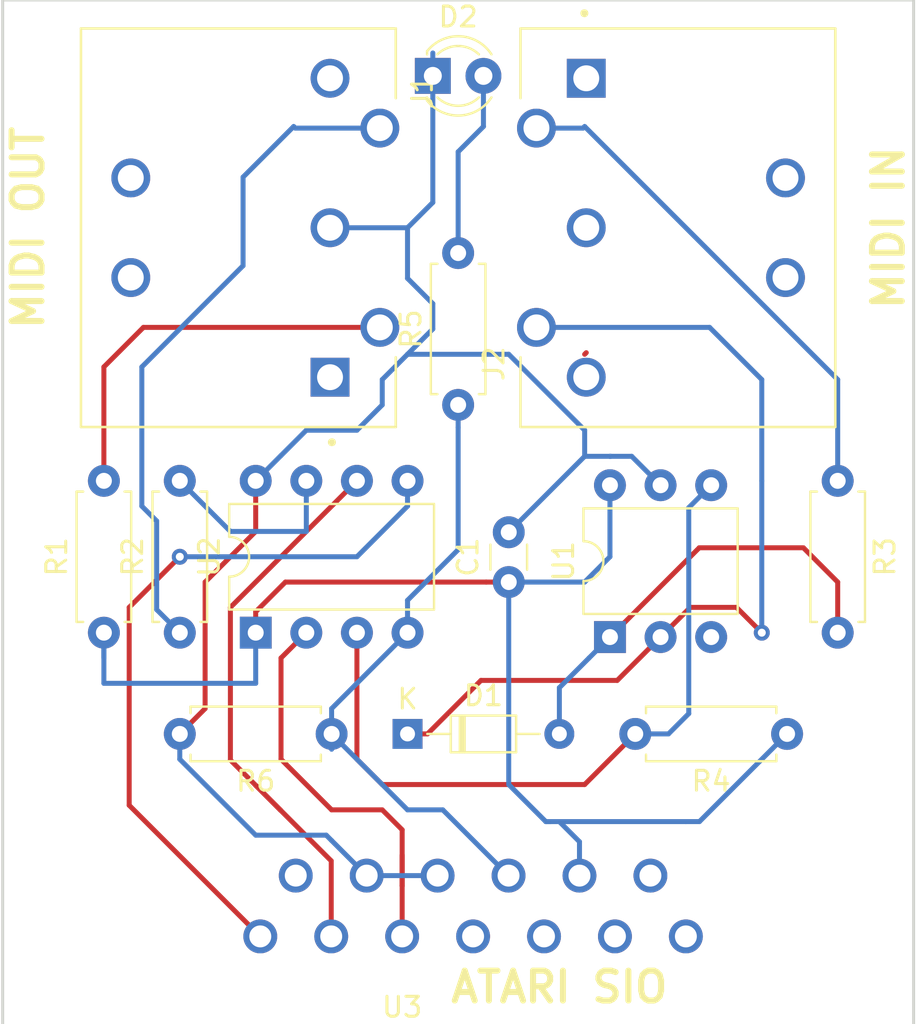
<source format=kicad_pcb>
(kicad_pcb (version 20171130) (host pcbnew "(5.0.2)-1")

  (general
    (thickness 1.6)
    (drawings 4)
    (tracks 137)
    (zones 0)
    (modules 14)
    (nets 15)
  )

  (page A4)
  (layers
    (0 F.Cu signal)
    (31 B.Cu signal)
    (32 B.Adhes user)
    (33 F.Adhes user)
    (34 B.Paste user)
    (35 F.Paste user)
    (36 B.SilkS user)
    (37 F.SilkS user)
    (38 B.Mask user)
    (39 F.Mask user)
    (40 Dwgs.User user)
    (41 Cmts.User user)
    (42 Eco1.User user)
    (43 Eco2.User user)
    (44 Edge.Cuts user hide)
    (45 Margin user)
    (46 B.CrtYd user)
    (47 F.CrtYd user)
    (48 B.Fab user)
    (49 F.Fab user)
  )

  (setup
    (last_trace_width 0.25)
    (trace_clearance 0.2)
    (zone_clearance 0.508)
    (zone_45_only no)
    (trace_min 0.2)
    (segment_width 0.2)
    (edge_width 0.15)
    (via_size 0.8)
    (via_drill 0.4)
    (via_min_size 0.4)
    (via_min_drill 0.3)
    (uvia_size 0.3)
    (uvia_drill 0.1)
    (uvias_allowed no)
    (uvia_min_size 0.2)
    (uvia_min_drill 0.1)
    (pcb_text_width 0.3)
    (pcb_text_size 1.5 1.5)
    (mod_edge_width 0.15)
    (mod_text_size 1 1)
    (mod_text_width 0.15)
    (pad_size 1.524 1.524)
    (pad_drill 0.762)
    (pad_to_mask_clearance 0.051)
    (solder_mask_min_width 0.25)
    (aux_axis_origin 0 0)
    (visible_elements 7FFFFFFF)
    (pcbplotparams
      (layerselection 0x010fc_ffffffff)
      (usegerberextensions false)
      (usegerberattributes false)
      (usegerberadvancedattributes false)
      (creategerberjobfile false)
      (excludeedgelayer true)
      (linewidth 0.100000)
      (plotframeref false)
      (viasonmask false)
      (mode 1)
      (useauxorigin false)
      (hpglpennumber 1)
      (hpglpenspeed 20)
      (hpglpendiameter 15.000000)
      (psnegative false)
      (psa4output false)
      (plotreference true)
      (plotvalue true)
      (plotinvisibletext false)
      (padsonsilk false)
      (subtractmaskfromsilk false)
      (outputformat 1)
      (mirror false)
      (drillshape 1)
      (scaleselection 1)
      (outputdirectory ""))
  )

  (net 0 "")
  (net 1 +5V)
  (net 2 GND)
  (net 3 "Net-(D1-Pad1)")
  (net 4 "Net-(D2-Pad2)")
  (net 5 "Net-(J1-Pad5)")
  (net 6 "Net-(R4-Pad2)")
  (net 7 "Net-(R5-Pad1)")
  (net 8 "Net-(U2-Pad5)")
  (net 9 "Net-(U2-Pad2)")
  (net 10 "Net-(U2-Pad6)")
  (net 11 "Net-(D1-Pad2)")
  (net 12 "Net-(J1-Pad4)")
  (net 13 "Net-(J2-Pad4)")
  (net 14 "Net-(R2-Pad2)")

  (net_class Default "This is the default net class."
    (clearance 0.2)
    (trace_width 0.25)
    (via_dia 0.8)
    (via_drill 0.4)
    (uvia_dia 0.3)
    (uvia_drill 0.1)
    (add_net +5V)
    (add_net GND)
    (add_net "Net-(D1-Pad1)")
    (add_net "Net-(D1-Pad2)")
    (add_net "Net-(D2-Pad2)")
    (add_net "Net-(J1-Pad4)")
    (add_net "Net-(J1-Pad5)")
    (add_net "Net-(J2-Pad4)")
    (add_net "Net-(R2-Pad2)")
    (add_net "Net-(R4-Pad2)")
    (add_net "Net-(R5-Pad1)")
    (add_net "Net-(U2-Pad2)")
    (add_net "Net-(U2-Pad5)")
    (add_net "Net-(U2-Pad6)")
  )

  (module Ethans_KiCad_Library:CUI_SDS-50J (layer F.Cu) (tedit 620545E7) (tstamp 620566B7)
    (at 26.67 25.4 270)
    (path /62056A3C)
    (fp_text reference J1 (at -6.825 -9.635 270) (layer F.SilkS)
      (effects (font (size 1 1) (thickness 0.15)))
    )
    (fp_text value MIDI-OUT (at -3.015 8.635 270) (layer F.Fab)
      (effects (font (size 1 1) (thickness 0.15)))
    )
    (fp_circle (center 10.764 -5.094) (end 10.864 -5.094) (layer F.SilkS) (width 0.2))
    (fp_line (start -10 7.5) (end -10 -8.3) (layer F.Fab) (width 0.127))
    (fp_line (start -10 -8.3) (end 10 -8.3) (layer F.Fab) (width 0.127))
    (fp_line (start 10 -8.3) (end 10 7.5) (layer F.Fab) (width 0.127))
    (fp_line (start 10 7.5) (end -10 7.5) (layer F.Fab) (width 0.127))
    (fp_line (start -10 7.5) (end -10 -8.3) (layer F.SilkS) (width 0.127))
    (fp_line (start 10 -8.3) (end 10 7.5) (layer F.SilkS) (width 0.127))
    (fp_line (start -10.25 7.75) (end -10.25 -8.55) (layer F.CrtYd) (width 0.05))
    (fp_line (start -10.25 -8.55) (end -6.25 -8.55) (layer F.CrtYd) (width 0.05))
    (fp_line (start -6.25 -8.55) (end -6.25 -8.75) (layer F.CrtYd) (width 0.05))
    (fp_line (start -6.25 -8.75) (end 6.25 -8.75) (layer F.CrtYd) (width 0.05))
    (fp_line (start 6.25 -8.75) (end 6.25 -8.55) (layer F.CrtYd) (width 0.05))
    (fp_line (start 6.25 -8.55) (end 10.25 -8.55) (layer F.CrtYd) (width 0.05))
    (fp_line (start 10.25 -8.55) (end 10.25 7.75) (layer F.CrtYd) (width 0.05))
    (fp_line (start 10.25 7.75) (end -10.25 7.75) (layer F.CrtYd) (width 0.05))
    (fp_line (start -10 -8.3) (end -6.5 -8.3) (layer F.SilkS) (width 0.127))
    (fp_line (start -10 7.5) (end 10 7.5) (layer F.SilkS) (width 0.127))
    (fp_line (start 6.5 -8.3) (end 10 -8.3) (layer F.SilkS) (width 0.127))
    (fp_circle (center 10.764 -5.094) (end 10.864 -5.094) (layer F.Fab) (width 0.2))
    (pad E1 thru_hole circle (at -2.5 5 270) (size 1.95 1.95) (drill 1.3) (layers *.Cu *.Mask))
    (pad E2 thru_hole circle (at 2.5 5 270) (size 1.95 1.95) (drill 1.3) (layers *.Cu *.Mask))
    (pad 2 thru_hole circle (at 0 -5 270) (size 1.95 1.95) (drill 1.3) (layers *.Cu *.Mask)
      (net 2 GND))
    (pad 1 thru_hole rect (at 7.5 -5 270) (size 1.95 1.95) (drill 1.3) (layers *.Cu *.Mask))
    (pad 5 thru_hole circle (at -5 -7.5 270) (size 1.95 1.95) (drill 1.3) (layers *.Cu *.Mask)
      (net 5 "Net-(J1-Pad5)"))
    (pad 4 thru_hole circle (at 5 -7.5 270) (size 1.95 1.95) (drill 1.3) (layers *.Cu *.Mask)
      (net 12 "Net-(J1-Pad4)"))
    (pad None np_thru_hole circle (at 7.5 0 270) (size 2.4 2.4) (drill 2.4) (layers *.Cu *.Mask))
    (pad None np_thru_hole circle (at -7.5 0 270) (size 2.4 2.4) (drill 2.4) (layers *.Cu *.Mask))
    (pad 3 thru_hole circle (at -7.5 -5 270) (size 1.95 1.95) (drill 1.3) (layers *.Cu *.Mask))
  )

  (module Capacitor_THT:C_Disc_D3.0mm_W1.6mm_P2.50mm (layer F.Cu) (tedit 5AE50EF0) (tstamp 62056665)
    (at 40.64 43.18 90)
    (descr "C, Disc series, Radial, pin pitch=2.50mm, , diameter*width=3.0*1.6mm^2, Capacitor, http://www.vishay.com/docs/45233/krseries.pdf")
    (tags "C Disc series Radial pin pitch 2.50mm  diameter 3.0mm width 1.6mm Capacitor")
    (path /61F8501C)
    (fp_text reference C1 (at 1.25 -2.05 90) (layer F.SilkS)
      (effects (font (size 1 1) (thickness 0.15)))
    )
    (fp_text value 0.1uF (at 1.25 2.05 90) (layer F.Fab)
      (effects (font (size 1 1) (thickness 0.15)))
    )
    (fp_line (start -0.25 -0.8) (end -0.25 0.8) (layer F.Fab) (width 0.1))
    (fp_line (start -0.25 0.8) (end 2.75 0.8) (layer F.Fab) (width 0.1))
    (fp_line (start 2.75 0.8) (end 2.75 -0.8) (layer F.Fab) (width 0.1))
    (fp_line (start 2.75 -0.8) (end -0.25 -0.8) (layer F.Fab) (width 0.1))
    (fp_line (start 0.621 -0.92) (end 1.879 -0.92) (layer F.SilkS) (width 0.12))
    (fp_line (start 0.621 0.92) (end 1.879 0.92) (layer F.SilkS) (width 0.12))
    (fp_line (start -1.05 -1.05) (end -1.05 1.05) (layer F.CrtYd) (width 0.05))
    (fp_line (start -1.05 1.05) (end 3.55 1.05) (layer F.CrtYd) (width 0.05))
    (fp_line (start 3.55 1.05) (end 3.55 -1.05) (layer F.CrtYd) (width 0.05))
    (fp_line (start 3.55 -1.05) (end -1.05 -1.05) (layer F.CrtYd) (width 0.05))
    (fp_text user %R (at 0 2.54 90) (layer F.Fab)
      (effects (font (size 0.6 0.6) (thickness 0.09)))
    )
    (pad 1 thru_hole circle (at 0 0 90) (size 1.6 1.6) (drill 0.8) (layers *.Cu *.Mask)
      (net 1 +5V))
    (pad 2 thru_hole circle (at 2.5 0 90) (size 1.6 1.6) (drill 0.8) (layers *.Cu *.Mask)
      (net 2 GND))
    (model ${KISYS3DMOD}/Capacitor_THT.3dshapes/C_Disc_D3.0mm_W1.6mm_P2.50mm.wrl
      (at (xyz 0 0 0))
      (scale (xyz 1 1 1))
      (rotate (xyz 0 0 0))
    )
  )

  (module Diode_THT:D_DO-34_SOD68_P7.62mm_Horizontal (layer F.Cu) (tedit 5AE50CD5) (tstamp 62056684)
    (at 35.56 50.8)
    (descr "Diode, DO-34_SOD68 series, Axial, Horizontal, pin pitch=7.62mm, , length*diameter=3.04*1.6mm^2, , https://www.nxp.com/docs/en/data-sheet/KTY83_SER.pdf")
    (tags "Diode DO-34_SOD68 series Axial Horizontal pin pitch 7.62mm  length 3.04mm diameter 1.6mm")
    (path /6208CAA3)
    (fp_text reference D1 (at 3.81 -1.92) (layer F.SilkS)
      (effects (font (size 1 1) (thickness 0.15)))
    )
    (fp_text value 1N914 (at 3.81 1.92) (layer F.Fab)
      (effects (font (size 1 1) (thickness 0.15)))
    )
    (fp_line (start 2.29 -0.8) (end 2.29 0.8) (layer F.Fab) (width 0.1))
    (fp_line (start 2.29 0.8) (end 5.33 0.8) (layer F.Fab) (width 0.1))
    (fp_line (start 5.33 0.8) (end 5.33 -0.8) (layer F.Fab) (width 0.1))
    (fp_line (start 5.33 -0.8) (end 2.29 -0.8) (layer F.Fab) (width 0.1))
    (fp_line (start 0 0) (end 2.29 0) (layer F.Fab) (width 0.1))
    (fp_line (start 7.62 0) (end 5.33 0) (layer F.Fab) (width 0.1))
    (fp_line (start 2.746 -0.8) (end 2.746 0.8) (layer F.Fab) (width 0.1))
    (fp_line (start 2.846 -0.8) (end 2.846 0.8) (layer F.Fab) (width 0.1))
    (fp_line (start 2.646 -0.8) (end 2.646 0.8) (layer F.Fab) (width 0.1))
    (fp_line (start 2.17 -0.92) (end 2.17 0.92) (layer F.SilkS) (width 0.12))
    (fp_line (start 2.17 0.92) (end 5.45 0.92) (layer F.SilkS) (width 0.12))
    (fp_line (start 5.45 0.92) (end 5.45 -0.92) (layer F.SilkS) (width 0.12))
    (fp_line (start 5.45 -0.92) (end 2.17 -0.92) (layer F.SilkS) (width 0.12))
    (fp_line (start 0.99 0) (end 2.17 0) (layer F.SilkS) (width 0.12))
    (fp_line (start 6.63 0) (end 5.45 0) (layer F.SilkS) (width 0.12))
    (fp_line (start 2.746 -0.92) (end 2.746 0.92) (layer F.SilkS) (width 0.12))
    (fp_line (start 2.866 -0.92) (end 2.866 0.92) (layer F.SilkS) (width 0.12))
    (fp_line (start 2.626 -0.92) (end 2.626 0.92) (layer F.SilkS) (width 0.12))
    (fp_line (start -1 -1.05) (end -1 1.05) (layer F.CrtYd) (width 0.05))
    (fp_line (start -1 1.05) (end 8.63 1.05) (layer F.CrtYd) (width 0.05))
    (fp_line (start 8.63 1.05) (end 8.63 -1.05) (layer F.CrtYd) (width 0.05))
    (fp_line (start 8.63 -1.05) (end -1 -1.05) (layer F.CrtYd) (width 0.05))
    (fp_text user %R (at 4.038 0) (layer F.Fab)
      (effects (font (size 0.608 0.608) (thickness 0.0912)))
    )
    (fp_text user K (at 0 -1.75) (layer F.Fab)
      (effects (font (size 1 1) (thickness 0.15)))
    )
    (fp_text user K (at 0 -1.75) (layer F.SilkS)
      (effects (font (size 1 1) (thickness 0.15)))
    )
    (pad 1 thru_hole rect (at 0 0) (size 1.5 1.5) (drill 0.75) (layers *.Cu *.Mask)
      (net 3 "Net-(D1-Pad1)"))
    (pad 2 thru_hole oval (at 7.62 0) (size 1.5 1.5) (drill 0.75) (layers *.Cu *.Mask)
      (net 11 "Net-(D1-Pad2)"))
    (model ${KISYS3DMOD}/Diode_THT.3dshapes/D_DO-34_SOD68_P7.62mm_Horizontal.wrl
      (at (xyz 0 0 0))
      (scale (xyz 1 1 1))
      (rotate (xyz 0 0 0))
    )
  )

  (module LED_THT:LED_D3.0mm (layer F.Cu) (tedit 587A3A7B) (tstamp 62056697)
    (at 36.83 17.78)
    (descr "LED, diameter 3.0mm, 2 pins")
    (tags "LED diameter 3.0mm 2 pins")
    (path /620321B4)
    (fp_text reference D2 (at 1.27 -2.96) (layer F.SilkS)
      (effects (font (size 1 1) (thickness 0.15)))
    )
    (fp_text value LED (at 1.27 2.96) (layer F.Fab)
      (effects (font (size 1 1) (thickness 0.15)))
    )
    (fp_arc (start 1.27 0) (end -0.23 -1.16619) (angle 284.3) (layer F.Fab) (width 0.1))
    (fp_arc (start 1.27 0) (end -0.29 -1.235516) (angle 108.8) (layer F.SilkS) (width 0.12))
    (fp_arc (start 1.27 0) (end -0.29 1.235516) (angle -108.8) (layer F.SilkS) (width 0.12))
    (fp_arc (start 1.27 0) (end 0.229039 -1.08) (angle 87.9) (layer F.SilkS) (width 0.12))
    (fp_arc (start 1.27 0) (end 0.229039 1.08) (angle -87.9) (layer F.SilkS) (width 0.12))
    (fp_circle (center 1.27 0) (end 2.77 0) (layer F.Fab) (width 0.1))
    (fp_line (start -0.23 -1.16619) (end -0.23 1.16619) (layer F.Fab) (width 0.1))
    (fp_line (start -0.29 -1.236) (end -0.29 -1.08) (layer F.SilkS) (width 0.12))
    (fp_line (start -0.29 1.08) (end -0.29 1.236) (layer F.SilkS) (width 0.12))
    (fp_line (start -1.15 -2.25) (end -1.15 2.25) (layer F.CrtYd) (width 0.05))
    (fp_line (start -1.15 2.25) (end 3.7 2.25) (layer F.CrtYd) (width 0.05))
    (fp_line (start 3.7 2.25) (end 3.7 -2.25) (layer F.CrtYd) (width 0.05))
    (fp_line (start 3.7 -2.25) (end -1.15 -2.25) (layer F.CrtYd) (width 0.05))
    (pad 1 thru_hole rect (at 0 0) (size 1.8 1.8) (drill 0.9) (layers *.Cu *.Mask)
      (net 2 GND))
    (pad 2 thru_hole circle (at 2.54 0) (size 1.8 1.8) (drill 0.9) (layers *.Cu *.Mask)
      (net 4 "Net-(D2-Pad2)"))
    (model ${KISYS3DMOD}/LED_THT.3dshapes/LED_D3.0mm.wrl
      (at (xyz 0 0 0))
      (scale (xyz 1 1 1))
      (rotate (xyz 0 0 0))
    )
  )

  (module Ethans_KiCad_Library:CUI_SDS-50J (layer F.Cu) (tedit 620545E7) (tstamp 620566D7)
    (at 49.53 25.4 90)
    (path /62056AE5)
    (fp_text reference J2 (at -6.825 -9.635 90) (layer F.SilkS)
      (effects (font (size 1 1) (thickness 0.15)))
    )
    (fp_text value MIDI-IN (at -3.015 8.635 90) (layer F.Fab)
      (effects (font (size 1 1) (thickness 0.15)))
    )
    (fp_circle (center 10.764 -5.094) (end 10.864 -5.094) (layer F.Fab) (width 0.2))
    (fp_line (start 6.5 -8.3) (end 10 -8.3) (layer F.SilkS) (width 0.127))
    (fp_line (start -10 7.5) (end 10 7.5) (layer F.SilkS) (width 0.127))
    (fp_line (start -10 -8.3) (end -6.5 -8.3) (layer F.SilkS) (width 0.127))
    (fp_line (start 10.25 7.75) (end -10.25 7.75) (layer F.CrtYd) (width 0.05))
    (fp_line (start 10.25 -8.55) (end 10.25 7.75) (layer F.CrtYd) (width 0.05))
    (fp_line (start 6.25 -8.55) (end 10.25 -8.55) (layer F.CrtYd) (width 0.05))
    (fp_line (start 6.25 -8.75) (end 6.25 -8.55) (layer F.CrtYd) (width 0.05))
    (fp_line (start -6.25 -8.75) (end 6.25 -8.75) (layer F.CrtYd) (width 0.05))
    (fp_line (start -6.25 -8.55) (end -6.25 -8.75) (layer F.CrtYd) (width 0.05))
    (fp_line (start -10.25 -8.55) (end -6.25 -8.55) (layer F.CrtYd) (width 0.05))
    (fp_line (start -10.25 7.75) (end -10.25 -8.55) (layer F.CrtYd) (width 0.05))
    (fp_line (start 10 -8.3) (end 10 7.5) (layer F.SilkS) (width 0.127))
    (fp_line (start -10 7.5) (end -10 -8.3) (layer F.SilkS) (width 0.127))
    (fp_line (start 10 7.5) (end -10 7.5) (layer F.Fab) (width 0.127))
    (fp_line (start 10 -8.3) (end 10 7.5) (layer F.Fab) (width 0.127))
    (fp_line (start -10 -8.3) (end 10 -8.3) (layer F.Fab) (width 0.127))
    (fp_line (start -10 7.5) (end -10 -8.3) (layer F.Fab) (width 0.127))
    (fp_circle (center 10.764 -5.094) (end 10.864 -5.094) (layer F.SilkS) (width 0.2))
    (pad 3 thru_hole circle (at -7.5 -5 90) (size 1.95 1.95) (drill 1.3) (layers *.Cu *.Mask))
    (pad None np_thru_hole circle (at -7.5 0 90) (size 2.4 2.4) (drill 2.4) (layers *.Cu *.Mask))
    (pad None np_thru_hole circle (at 7.5 0 90) (size 2.4 2.4) (drill 2.4) (layers *.Cu *.Mask))
    (pad 4 thru_hole circle (at 5 -7.5 90) (size 1.95 1.95) (drill 1.3) (layers *.Cu *.Mask)
      (net 13 "Net-(J2-Pad4)"))
    (pad 5 thru_hole circle (at -5 -7.5 90) (size 1.95 1.95) (drill 1.3) (layers *.Cu *.Mask)
      (net 3 "Net-(D1-Pad1)"))
    (pad 1 thru_hole rect (at 7.5 -5 90) (size 1.95 1.95) (drill 1.3) (layers *.Cu *.Mask))
    (pad 2 thru_hole circle (at 0 -5 90) (size 1.95 1.95) (drill 1.3) (layers *.Cu *.Mask))
    (pad E2 thru_hole circle (at 2.5 5 90) (size 1.95 1.95) (drill 1.3) (layers *.Cu *.Mask))
    (pad E1 thru_hole circle (at -2.5 5 90) (size 1.95 1.95) (drill 1.3) (layers *.Cu *.Mask))
  )

  (module Resistor_THT:R_Axial_DIN0207_L6.3mm_D2.5mm_P7.62mm_Horizontal (layer F.Cu) (tedit 5AE5139B) (tstamp 620566EE)
    (at 20.32 45.72 90)
    (descr "Resistor, Axial_DIN0207 series, Axial, Horizontal, pin pitch=7.62mm, 0.25W = 1/4W, length*diameter=6.3*2.5mm^2, http://cdn-reichelt.de/documents/datenblatt/B400/1_4W%23YAG.pdf")
    (tags "Resistor Axial_DIN0207 series Axial Horizontal pin pitch 7.62mm 0.25W = 1/4W length 6.3mm diameter 2.5mm")
    (path /61F805AB)
    (fp_text reference R1 (at 3.81 -2.37 90) (layer F.SilkS)
      (effects (font (size 1 1) (thickness 0.15)))
    )
    (fp_text value 220 (at 3.81 2.37 90) (layer F.Fab)
      (effects (font (size 1 1) (thickness 0.15)))
    )
    (fp_line (start 0.66 -1.25) (end 0.66 1.25) (layer F.Fab) (width 0.1))
    (fp_line (start 0.66 1.25) (end 6.96 1.25) (layer F.Fab) (width 0.1))
    (fp_line (start 6.96 1.25) (end 6.96 -1.25) (layer F.Fab) (width 0.1))
    (fp_line (start 6.96 -1.25) (end 0.66 -1.25) (layer F.Fab) (width 0.1))
    (fp_line (start 0 0) (end 0.66 0) (layer F.Fab) (width 0.1))
    (fp_line (start 7.62 0) (end 6.96 0) (layer F.Fab) (width 0.1))
    (fp_line (start 0.54 -1.04) (end 0.54 -1.37) (layer F.SilkS) (width 0.12))
    (fp_line (start 0.54 -1.37) (end 7.08 -1.37) (layer F.SilkS) (width 0.12))
    (fp_line (start 7.08 -1.37) (end 7.08 -1.04) (layer F.SilkS) (width 0.12))
    (fp_line (start 0.54 1.04) (end 0.54 1.37) (layer F.SilkS) (width 0.12))
    (fp_line (start 0.54 1.37) (end 7.08 1.37) (layer F.SilkS) (width 0.12))
    (fp_line (start 7.08 1.37) (end 7.08 1.04) (layer F.SilkS) (width 0.12))
    (fp_line (start -1.05 -1.5) (end -1.05 1.5) (layer F.CrtYd) (width 0.05))
    (fp_line (start -1.05 1.5) (end 8.67 1.5) (layer F.CrtYd) (width 0.05))
    (fp_line (start 8.67 1.5) (end 8.67 -1.5) (layer F.CrtYd) (width 0.05))
    (fp_line (start 8.67 -1.5) (end -1.05 -1.5) (layer F.CrtYd) (width 0.05))
    (fp_text user %R (at 3.81 0 90) (layer F.Fab)
      (effects (font (size 1 1) (thickness 0.15)))
    )
    (pad 1 thru_hole circle (at 0 0 90) (size 1.6 1.6) (drill 0.8) (layers *.Cu *.Mask)
      (net 1 +5V))
    (pad 2 thru_hole oval (at 7.62 0 90) (size 1.6 1.6) (drill 0.8) (layers *.Cu *.Mask)
      (net 12 "Net-(J1-Pad4)"))
    (model ${KISYS3DMOD}/Resistor_THT.3dshapes/R_Axial_DIN0207_L6.3mm_D2.5mm_P7.62mm_Horizontal.wrl
      (at (xyz 0 0 0))
      (scale (xyz 1 1 1))
      (rotate (xyz 0 0 0))
    )
  )

  (module Resistor_THT:R_Axial_DIN0207_L6.3mm_D2.5mm_P7.62mm_Horizontal (layer F.Cu) (tedit 5AE5139B) (tstamp 62056705)
    (at 24.13 45.72 90)
    (descr "Resistor, Axial_DIN0207 series, Axial, Horizontal, pin pitch=7.62mm, 0.25W = 1/4W, length*diameter=6.3*2.5mm^2, http://cdn-reichelt.de/documents/datenblatt/B400/1_4W%23YAG.pdf")
    (tags "Resistor Axial_DIN0207 series Axial Horizontal pin pitch 7.62mm 0.25W = 1/4W length 6.3mm diameter 2.5mm")
    (path /61F80613)
    (fp_text reference R2 (at 3.81 -2.37 90) (layer F.SilkS)
      (effects (font (size 1 1) (thickness 0.15)))
    )
    (fp_text value 220 (at 3.81 2.37 90) (layer F.Fab)
      (effects (font (size 1 1) (thickness 0.15)))
    )
    (fp_text user %R (at 3.81 1.27 90) (layer F.Fab)
      (effects (font (size 1 1) (thickness 0.15)))
    )
    (fp_line (start 8.67 -1.5) (end -1.05 -1.5) (layer F.CrtYd) (width 0.05))
    (fp_line (start 8.67 1.5) (end 8.67 -1.5) (layer F.CrtYd) (width 0.05))
    (fp_line (start -1.05 1.5) (end 8.67 1.5) (layer F.CrtYd) (width 0.05))
    (fp_line (start -1.05 -1.5) (end -1.05 1.5) (layer F.CrtYd) (width 0.05))
    (fp_line (start 7.08 1.37) (end 7.08 1.04) (layer F.SilkS) (width 0.12))
    (fp_line (start 0.54 1.37) (end 7.08 1.37) (layer F.SilkS) (width 0.12))
    (fp_line (start 0.54 1.04) (end 0.54 1.37) (layer F.SilkS) (width 0.12))
    (fp_line (start 7.08 -1.37) (end 7.08 -1.04) (layer F.SilkS) (width 0.12))
    (fp_line (start 0.54 -1.37) (end 7.08 -1.37) (layer F.SilkS) (width 0.12))
    (fp_line (start 0.54 -1.04) (end 0.54 -1.37) (layer F.SilkS) (width 0.12))
    (fp_line (start 7.62 0) (end 6.96 0) (layer F.Fab) (width 0.1))
    (fp_line (start 0 0) (end 0.66 0) (layer F.Fab) (width 0.1))
    (fp_line (start 6.96 -1.25) (end 0.66 -1.25) (layer F.Fab) (width 0.1))
    (fp_line (start 6.96 1.25) (end 6.96 -1.25) (layer F.Fab) (width 0.1))
    (fp_line (start 0.66 1.25) (end 6.96 1.25) (layer F.Fab) (width 0.1))
    (fp_line (start 0.66 -1.25) (end 0.66 1.25) (layer F.Fab) (width 0.1))
    (pad 2 thru_hole oval (at 7.62 0 90) (size 1.6 1.6) (drill 0.8) (layers *.Cu *.Mask)
      (net 14 "Net-(R2-Pad2)"))
    (pad 1 thru_hole circle (at 0 0 90) (size 1.6 1.6) (drill 0.8) (layers *.Cu *.Mask)
      (net 5 "Net-(J1-Pad5)"))
    (model ${KISYS3DMOD}/Resistor_THT.3dshapes/R_Axial_DIN0207_L6.3mm_D2.5mm_P7.62mm_Horizontal.wrl
      (at (xyz 0 0 0))
      (scale (xyz 1 1 1))
      (rotate (xyz 0 0 0))
    )
  )

  (module Resistor_THT:R_Axial_DIN0207_L6.3mm_D2.5mm_P7.62mm_Horizontal (layer F.Cu) (tedit 5AE5139B) (tstamp 6205671C)
    (at 57.15 38.1 270)
    (descr "Resistor, Axial_DIN0207 series, Axial, Horizontal, pin pitch=7.62mm, 0.25W = 1/4W, length*diameter=6.3*2.5mm^2, http://cdn-reichelt.de/documents/datenblatt/B400/1_4W%23YAG.pdf")
    (tags "Resistor Axial_DIN0207 series Axial Horizontal pin pitch 7.62mm 0.25W = 1/4W length 6.3mm diameter 2.5mm")
    (path /61F80695)
    (fp_text reference R3 (at 3.81 -2.37 270) (layer F.SilkS)
      (effects (font (size 1 1) (thickness 0.15)))
    )
    (fp_text value 220 (at 3.81 2.37 270) (layer F.Fab)
      (effects (font (size 1 1) (thickness 0.15)))
    )
    (fp_line (start 0.66 -1.25) (end 0.66 1.25) (layer F.Fab) (width 0.1))
    (fp_line (start 0.66 1.25) (end 6.96 1.25) (layer F.Fab) (width 0.1))
    (fp_line (start 6.96 1.25) (end 6.96 -1.25) (layer F.Fab) (width 0.1))
    (fp_line (start 6.96 -1.25) (end 0.66 -1.25) (layer F.Fab) (width 0.1))
    (fp_line (start 0 0) (end 0.66 0) (layer F.Fab) (width 0.1))
    (fp_line (start 7.62 0) (end 6.96 0) (layer F.Fab) (width 0.1))
    (fp_line (start 0.54 -1.04) (end 0.54 -1.37) (layer F.SilkS) (width 0.12))
    (fp_line (start 0.54 -1.37) (end 7.08 -1.37) (layer F.SilkS) (width 0.12))
    (fp_line (start 7.08 -1.37) (end 7.08 -1.04) (layer F.SilkS) (width 0.12))
    (fp_line (start 0.54 1.04) (end 0.54 1.37) (layer F.SilkS) (width 0.12))
    (fp_line (start 0.54 1.37) (end 7.08 1.37) (layer F.SilkS) (width 0.12))
    (fp_line (start 7.08 1.37) (end 7.08 1.04) (layer F.SilkS) (width 0.12))
    (fp_line (start -1.05 -1.5) (end -1.05 1.5) (layer F.CrtYd) (width 0.05))
    (fp_line (start -1.05 1.5) (end 8.67 1.5) (layer F.CrtYd) (width 0.05))
    (fp_line (start 8.67 1.5) (end 8.67 -1.5) (layer F.CrtYd) (width 0.05))
    (fp_line (start 8.67 -1.5) (end -1.05 -1.5) (layer F.CrtYd) (width 0.05))
    (fp_text user %R (at 3.81 0 270) (layer F.Fab)
      (effects (font (size 1 1) (thickness 0.15)))
    )
    (pad 1 thru_hole circle (at 0 0 270) (size 1.6 1.6) (drill 0.8) (layers *.Cu *.Mask)
      (net 13 "Net-(J2-Pad4)"))
    (pad 2 thru_hole oval (at 7.62 0 270) (size 1.6 1.6) (drill 0.8) (layers *.Cu *.Mask)
      (net 11 "Net-(D1-Pad2)"))
    (model ${KISYS3DMOD}/Resistor_THT.3dshapes/R_Axial_DIN0207_L6.3mm_D2.5mm_P7.62mm_Horizontal.wrl
      (at (xyz 0 0 0))
      (scale (xyz 1 1 1))
      (rotate (xyz 0 0 0))
    )
  )

  (module Resistor_THT:R_Axial_DIN0207_L6.3mm_D2.5mm_P7.62mm_Horizontal (layer F.Cu) (tedit 5AE5139B) (tstamp 62056733)
    (at 54.61 50.8 180)
    (descr "Resistor, Axial_DIN0207 series, Axial, Horizontal, pin pitch=7.62mm, 0.25W = 1/4W, length*diameter=6.3*2.5mm^2, http://cdn-reichelt.de/documents/datenblatt/B400/1_4W%23YAG.pdf")
    (tags "Resistor Axial_DIN0207 series Axial Horizontal pin pitch 7.62mm 0.25W = 1/4W length 6.3mm diameter 2.5mm")
    (path /61F83E67)
    (fp_text reference R4 (at 3.81 -2.37 180) (layer F.SilkS)
      (effects (font (size 1 1) (thickness 0.15)))
    )
    (fp_text value 1K (at 3.81 2.37 180) (layer F.Fab)
      (effects (font (size 1 1) (thickness 0.15)))
    )
    (fp_text user %R (at 3.81 0 180) (layer F.Fab)
      (effects (font (size 1 1) (thickness 0.15)))
    )
    (fp_line (start 8.67 -1.5) (end -1.05 -1.5) (layer F.CrtYd) (width 0.05))
    (fp_line (start 8.67 1.5) (end 8.67 -1.5) (layer F.CrtYd) (width 0.05))
    (fp_line (start -1.05 1.5) (end 8.67 1.5) (layer F.CrtYd) (width 0.05))
    (fp_line (start -1.05 -1.5) (end -1.05 1.5) (layer F.CrtYd) (width 0.05))
    (fp_line (start 7.08 1.37) (end 7.08 1.04) (layer F.SilkS) (width 0.12))
    (fp_line (start 0.54 1.37) (end 7.08 1.37) (layer F.SilkS) (width 0.12))
    (fp_line (start 0.54 1.04) (end 0.54 1.37) (layer F.SilkS) (width 0.12))
    (fp_line (start 7.08 -1.37) (end 7.08 -1.04) (layer F.SilkS) (width 0.12))
    (fp_line (start 0.54 -1.37) (end 7.08 -1.37) (layer F.SilkS) (width 0.12))
    (fp_line (start 0.54 -1.04) (end 0.54 -1.37) (layer F.SilkS) (width 0.12))
    (fp_line (start 7.62 0) (end 6.96 0) (layer F.Fab) (width 0.1))
    (fp_line (start 0 0) (end 0.66 0) (layer F.Fab) (width 0.1))
    (fp_line (start 6.96 -1.25) (end 0.66 -1.25) (layer F.Fab) (width 0.1))
    (fp_line (start 6.96 1.25) (end 6.96 -1.25) (layer F.Fab) (width 0.1))
    (fp_line (start 0.66 1.25) (end 6.96 1.25) (layer F.Fab) (width 0.1))
    (fp_line (start 0.66 -1.25) (end 0.66 1.25) (layer F.Fab) (width 0.1))
    (pad 2 thru_hole oval (at 7.62 0 180) (size 1.6 1.6) (drill 0.8) (layers *.Cu *.Mask)
      (net 6 "Net-(R4-Pad2)"))
    (pad 1 thru_hole circle (at 0 0 180) (size 1.6 1.6) (drill 0.8) (layers *.Cu *.Mask)
      (net 1 +5V))
    (model ${KISYS3DMOD}/Resistor_THT.3dshapes/R_Axial_DIN0207_L6.3mm_D2.5mm_P7.62mm_Horizontal.wrl
      (at (xyz 0 0 0))
      (scale (xyz 1 1 1))
      (rotate (xyz 0 0 0))
    )
  )

  (module Resistor_THT:R_Axial_DIN0207_L6.3mm_D2.5mm_P7.62mm_Horizontal (layer F.Cu) (tedit 5AE5139B) (tstamp 6205674A)
    (at 38.1 34.29 90)
    (descr "Resistor, Axial_DIN0207 series, Axial, Horizontal, pin pitch=7.62mm, 0.25W = 1/4W, length*diameter=6.3*2.5mm^2, http://cdn-reichelt.de/documents/datenblatt/B400/1_4W%23YAG.pdf")
    (tags "Resistor Axial_DIN0207 series Axial Horizontal pin pitch 7.62mm 0.25W = 1/4W length 6.3mm diameter 2.5mm")
    (path /62031746)
    (fp_text reference R5 (at 3.81 -2.37 90) (layer F.SilkS)
      (effects (font (size 1 1) (thickness 0.15)))
    )
    (fp_text value 398 (at 3.81 2.37 90) (layer F.Fab)
      (effects (font (size 1 1) (thickness 0.15)))
    )
    (fp_text user %R (at 3.81 0 90) (layer F.Fab)
      (effects (font (size 1 1) (thickness 0.15)))
    )
    (fp_line (start 8.67 -1.5) (end -1.05 -1.5) (layer F.CrtYd) (width 0.05))
    (fp_line (start 8.67 1.5) (end 8.67 -1.5) (layer F.CrtYd) (width 0.05))
    (fp_line (start -1.05 1.5) (end 8.67 1.5) (layer F.CrtYd) (width 0.05))
    (fp_line (start -1.05 -1.5) (end -1.05 1.5) (layer F.CrtYd) (width 0.05))
    (fp_line (start 7.08 1.37) (end 7.08 1.04) (layer F.SilkS) (width 0.12))
    (fp_line (start 0.54 1.37) (end 7.08 1.37) (layer F.SilkS) (width 0.12))
    (fp_line (start 0.54 1.04) (end 0.54 1.37) (layer F.SilkS) (width 0.12))
    (fp_line (start 7.08 -1.37) (end 7.08 -1.04) (layer F.SilkS) (width 0.12))
    (fp_line (start 0.54 -1.37) (end 7.08 -1.37) (layer F.SilkS) (width 0.12))
    (fp_line (start 0.54 -1.04) (end 0.54 -1.37) (layer F.SilkS) (width 0.12))
    (fp_line (start 7.62 0) (end 6.96 0) (layer F.Fab) (width 0.1))
    (fp_line (start 0 0) (end 0.66 0) (layer F.Fab) (width 0.1))
    (fp_line (start 6.96 -1.25) (end 0.66 -1.25) (layer F.Fab) (width 0.1))
    (fp_line (start 6.96 1.25) (end 6.96 -1.25) (layer F.Fab) (width 0.1))
    (fp_line (start 0.66 1.25) (end 6.96 1.25) (layer F.Fab) (width 0.1))
    (fp_line (start 0.66 -1.25) (end 0.66 1.25) (layer F.Fab) (width 0.1))
    (pad 2 thru_hole oval (at 7.62 0 90) (size 1.6 1.6) (drill 0.8) (layers *.Cu *.Mask)
      (net 4 "Net-(D2-Pad2)"))
    (pad 1 thru_hole circle (at 0 0 90) (size 1.6 1.6) (drill 0.8) (layers *.Cu *.Mask)
      (net 7 "Net-(R5-Pad1)"))
    (model ${KISYS3DMOD}/Resistor_THT.3dshapes/R_Axial_DIN0207_L6.3mm_D2.5mm_P7.62mm_Horizontal.wrl
      (at (xyz 0 0 0))
      (scale (xyz 1 1 1))
      (rotate (xyz 0 0 0))
    )
  )

  (module Resistor_THT:R_Axial_DIN0207_L6.3mm_D2.5mm_P7.62mm_Horizontal (layer F.Cu) (tedit 5AE5139B) (tstamp 62056761)
    (at 31.75 50.8 180)
    (descr "Resistor, Axial_DIN0207 series, Axial, Horizontal, pin pitch=7.62mm, 0.25W = 1/4W, length*diameter=6.3*2.5mm^2, http://cdn-reichelt.de/documents/datenblatt/B400/1_4W%23YAG.pdf")
    (tags "Resistor Axial_DIN0207 series Axial Horizontal pin pitch 7.62mm 0.25W = 1/4W length 6.3mm diameter 2.5mm")
    (path /6202F5A6)
    (fp_text reference R6 (at 3.81 -2.37 180) (layer F.SilkS)
      (effects (font (size 1 1) (thickness 0.15)))
    )
    (fp_text value 1K (at 3.81 2.37 180) (layer F.Fab)
      (effects (font (size 1 1) (thickness 0.15)))
    )
    (fp_line (start 0.66 -1.25) (end 0.66 1.25) (layer F.Fab) (width 0.1))
    (fp_line (start 0.66 1.25) (end 6.96 1.25) (layer F.Fab) (width 0.1))
    (fp_line (start 6.96 1.25) (end 6.96 -1.25) (layer F.Fab) (width 0.1))
    (fp_line (start 6.96 -1.25) (end 0.66 -1.25) (layer F.Fab) (width 0.1))
    (fp_line (start 0 0) (end 0.66 0) (layer F.Fab) (width 0.1))
    (fp_line (start 7.62 0) (end 6.96 0) (layer F.Fab) (width 0.1))
    (fp_line (start 0.54 -1.04) (end 0.54 -1.37) (layer F.SilkS) (width 0.12))
    (fp_line (start 0.54 -1.37) (end 7.08 -1.37) (layer F.SilkS) (width 0.12))
    (fp_line (start 7.08 -1.37) (end 7.08 -1.04) (layer F.SilkS) (width 0.12))
    (fp_line (start 0.54 1.04) (end 0.54 1.37) (layer F.SilkS) (width 0.12))
    (fp_line (start 0.54 1.37) (end 7.08 1.37) (layer F.SilkS) (width 0.12))
    (fp_line (start 7.08 1.37) (end 7.08 1.04) (layer F.SilkS) (width 0.12))
    (fp_line (start -1.05 -1.5) (end -1.05 1.5) (layer F.CrtYd) (width 0.05))
    (fp_line (start -1.05 1.5) (end 8.67 1.5) (layer F.CrtYd) (width 0.05))
    (fp_line (start 8.67 1.5) (end 8.67 -1.5) (layer F.CrtYd) (width 0.05))
    (fp_line (start 8.67 -1.5) (end -1.05 -1.5) (layer F.CrtYd) (width 0.05))
    (fp_text user %R (at 3.81 0 180) (layer F.Fab)
      (effects (font (size 1 1) (thickness 0.15)))
    )
    (pad 1 thru_hole circle (at 0 0 180) (size 1.6 1.6) (drill 0.8) (layers *.Cu *.Mask)
      (net 7 "Net-(R5-Pad1)"))
    (pad 2 thru_hole oval (at 7.62 0 180) (size 1.6 1.6) (drill 0.8) (layers *.Cu *.Mask)
      (net 2 GND))
    (model ${KISYS3DMOD}/Resistor_THT.3dshapes/R_Axial_DIN0207_L6.3mm_D2.5mm_P7.62mm_Horizontal.wrl
      (at (xyz 0 0 0))
      (scale (xyz 1 1 1))
      (rotate (xyz 0 0 0))
    )
  )

  (module Package_DIP:DIP-6_W7.62mm (layer F.Cu) (tedit 5A02E8C5) (tstamp 6205677B)
    (at 45.72 45.94 90)
    (descr "6-lead though-hole mounted DIP package, row spacing 7.62 mm (300 mils)")
    (tags "THT DIP DIL PDIP 2.54mm 7.62mm 300mil")
    (path /61F80872)
    (fp_text reference U1 (at 3.81 -2.33 90) (layer F.SilkS)
      (effects (font (size 1 1) (thickness 0.15)))
    )
    (fp_text value H11L1 (at 3.81 7.41 90) (layer F.Fab)
      (effects (font (size 1 1) (thickness 0.15)))
    )
    (fp_arc (start 3.81 -1.33) (end 2.81 -1.33) (angle -180) (layer F.SilkS) (width 0.12))
    (fp_line (start 1.635 -1.27) (end 6.985 -1.27) (layer F.Fab) (width 0.1))
    (fp_line (start 6.985 -1.27) (end 6.985 6.35) (layer F.Fab) (width 0.1))
    (fp_line (start 6.985 6.35) (end 0.635 6.35) (layer F.Fab) (width 0.1))
    (fp_line (start 0.635 6.35) (end 0.635 -0.27) (layer F.Fab) (width 0.1))
    (fp_line (start 0.635 -0.27) (end 1.635 -1.27) (layer F.Fab) (width 0.1))
    (fp_line (start 2.81 -1.33) (end 1.16 -1.33) (layer F.SilkS) (width 0.12))
    (fp_line (start 1.16 -1.33) (end 1.16 6.41) (layer F.SilkS) (width 0.12))
    (fp_line (start 1.16 6.41) (end 6.46 6.41) (layer F.SilkS) (width 0.12))
    (fp_line (start 6.46 6.41) (end 6.46 -1.33) (layer F.SilkS) (width 0.12))
    (fp_line (start 6.46 -1.33) (end 4.81 -1.33) (layer F.SilkS) (width 0.12))
    (fp_line (start -1.1 -1.55) (end -1.1 6.6) (layer F.CrtYd) (width 0.05))
    (fp_line (start -1.1 6.6) (end 8.7 6.6) (layer F.CrtYd) (width 0.05))
    (fp_line (start 8.7 6.6) (end 8.7 -1.55) (layer F.CrtYd) (width 0.05))
    (fp_line (start 8.7 -1.55) (end -1.1 -1.55) (layer F.CrtYd) (width 0.05))
    (fp_text user %R (at 3.81 2.54 90) (layer F.Fab)
      (effects (font (size 1 1) (thickness 0.15)))
    )
    (pad 1 thru_hole rect (at 0 0 90) (size 1.6 1.6) (drill 0.8) (layers *.Cu *.Mask)
      (net 11 "Net-(D1-Pad2)"))
    (pad 4 thru_hole oval (at 7.62 5.08 90) (size 1.6 1.6) (drill 0.8) (layers *.Cu *.Mask)
      (net 6 "Net-(R4-Pad2)"))
    (pad 2 thru_hole oval (at 0 2.54 90) (size 1.6 1.6) (drill 0.8) (layers *.Cu *.Mask)
      (net 3 "Net-(D1-Pad1)"))
    (pad 5 thru_hole oval (at 7.62 2.54 90) (size 1.6 1.6) (drill 0.8) (layers *.Cu *.Mask)
      (net 2 GND))
    (pad 3 thru_hole oval (at 0 5.08 90) (size 1.6 1.6) (drill 0.8) (layers *.Cu *.Mask))
    (pad 6 thru_hole oval (at 7.62 0 90) (size 1.6 1.6) (drill 0.8) (layers *.Cu *.Mask)
      (net 1 +5V))
    (model ${KISYS3DMOD}/Package_DIP.3dshapes/DIP-6_W7.62mm.wrl
      (at (xyz 0 0 0))
      (scale (xyz 1 1 1))
      (rotate (xyz 0 0 0))
    )
  )

  (module Package_DIP:DIP-8_W7.62mm (layer F.Cu) (tedit 5A02E8C5) (tstamp 62056797)
    (at 27.94 45.72 90)
    (descr "8-lead though-hole mounted DIP package, row spacing 7.62 mm (300 mils)")
    (tags "THT DIP DIL PDIP 2.54mm 7.62mm 300mil")
    (path /61F8094D)
    (fp_text reference U2 (at 3.81 -2.33 90) (layer F.SilkS)
      (effects (font (size 1 1) (thickness 0.15)))
    )
    (fp_text value PIC12F1572 (at 3.81 9.95 90) (layer F.Fab)
      (effects (font (size 1 1) (thickness 0.15)))
    )
    (fp_arc (start 3.81 -1.33) (end 2.81 -1.33) (angle -180) (layer F.SilkS) (width 0.12))
    (fp_line (start 1.635 -1.27) (end 6.985 -1.27) (layer F.Fab) (width 0.1))
    (fp_line (start 6.985 -1.27) (end 6.985 8.89) (layer F.Fab) (width 0.1))
    (fp_line (start 6.985 8.89) (end 0.635 8.89) (layer F.Fab) (width 0.1))
    (fp_line (start 0.635 8.89) (end 0.635 -0.27) (layer F.Fab) (width 0.1))
    (fp_line (start 0.635 -0.27) (end 1.635 -1.27) (layer F.Fab) (width 0.1))
    (fp_line (start 2.81 -1.33) (end 1.16 -1.33) (layer F.SilkS) (width 0.12))
    (fp_line (start 1.16 -1.33) (end 1.16 8.95) (layer F.SilkS) (width 0.12))
    (fp_line (start 1.16 8.95) (end 6.46 8.95) (layer F.SilkS) (width 0.12))
    (fp_line (start 6.46 8.95) (end 6.46 -1.33) (layer F.SilkS) (width 0.12))
    (fp_line (start 6.46 -1.33) (end 4.81 -1.33) (layer F.SilkS) (width 0.12))
    (fp_line (start -1.1 -1.55) (end -1.1 9.15) (layer F.CrtYd) (width 0.05))
    (fp_line (start -1.1 9.15) (end 8.7 9.15) (layer F.CrtYd) (width 0.05))
    (fp_line (start 8.7 9.15) (end 8.7 -1.55) (layer F.CrtYd) (width 0.05))
    (fp_line (start 8.7 -1.55) (end -1.1 -1.55) (layer F.CrtYd) (width 0.05))
    (fp_text user %R (at 3.81 3.81 90) (layer F.Fab)
      (effects (font (size 1 1) (thickness 0.15)))
    )
    (pad 1 thru_hole rect (at 0 0 90) (size 1.6 1.6) (drill 0.8) (layers *.Cu *.Mask)
      (net 1 +5V))
    (pad 5 thru_hole oval (at 7.62 7.62 90) (size 1.6 1.6) (drill 0.8) (layers *.Cu *.Mask)
      (net 8 "Net-(U2-Pad5)"))
    (pad 2 thru_hole oval (at 0 2.54 90) (size 1.6 1.6) (drill 0.8) (layers *.Cu *.Mask)
      (net 9 "Net-(U2-Pad2)"))
    (pad 6 thru_hole oval (at 7.62 5.08 90) (size 1.6 1.6) (drill 0.8) (layers *.Cu *.Mask)
      (net 10 "Net-(U2-Pad6)"))
    (pad 3 thru_hole oval (at 0 5.08 90) (size 1.6 1.6) (drill 0.8) (layers *.Cu *.Mask)
      (net 6 "Net-(R4-Pad2)"))
    (pad 7 thru_hole oval (at 7.62 2.54 90) (size 1.6 1.6) (drill 0.8) (layers *.Cu *.Mask)
      (net 14 "Net-(R2-Pad2)"))
    (pad 4 thru_hole oval (at 0 7.62 90) (size 1.6 1.6) (drill 0.8) (layers *.Cu *.Mask)
      (net 7 "Net-(R5-Pad1)"))
    (pad 8 thru_hole oval (at 7.62 0 90) (size 1.6 1.6) (drill 0.8) (layers *.Cu *.Mask)
      (net 2 GND))
    (model ${KISYS3DMOD}/Package_DIP.3dshapes/DIP-8_W7.62mm.wrl
      (at (xyz 0 0 0))
      (scale (xyz 1 1 1))
      (rotate (xyz 0 0 0))
    )
  )

  (module Ethans_KiCad_Library:AtariSIO (layer F.Cu) (tedit 62053BA4) (tstamp 620567A8)
    (at 35.29 64.01)
    (path /62056DF1)
    (fp_text reference U3 (at 0 0.5) (layer F.SilkS)
      (effects (font (size 1 1) (thickness 0.15)))
    )
    (fp_text value Atari_SIO (at 0 -0.5) (layer F.Fab)
      (effects (font (size 1 1) (thickness 0.15)))
    )
    (pad 13 thru_hole circle (at 14.24 -3.05) (size 1.7 1.7) (drill 1.1) (layers *.Cu *.Mask))
    (pad 12 thru_hole circle (at 12.46 -6.1) (size 1.7 1.7) (drill 1.1) (layers *.Cu *.Mask))
    (pad 11 thru_hole circle (at 10.68 -3.05) (size 1.7 1.7) (drill 1.1) (layers *.Cu *.Mask))
    (pad 10 thru_hole circle (at 8.9 -6.1) (size 1.7 1.7) (drill 1.1) (layers *.Cu *.Mask)
      (net 1 +5V))
    (pad 9 thru_hole circle (at 7.12 -3.05) (size 1.7 1.7) (drill 1.1) (layers *.Cu *.Mask))
    (pad 8 thru_hole circle (at 5.34 -6.1) (size 1.7 1.7) (drill 1.1) (layers *.Cu *.Mask)
      (net 7 "Net-(R5-Pad1)"))
    (pad 7 thru_hole circle (at 3.56 -3.05) (size 1.7 1.7) (drill 1.1) (layers *.Cu *.Mask))
    (pad 6 thru_hole circle (at 1.78 -6.1) (size 1.7 1.7) (drill 1.1) (layers *.Cu *.Mask)
      (net 2 GND))
    (pad 5 thru_hole circle (at 0 -3.05) (size 1.7 1.7) (drill 1.1) (layers *.Cu *.Mask)
      (net 9 "Net-(U2-Pad2)"))
    (pad 4 thru_hole circle (at -1.78 -6.1) (size 1.7 1.7) (drill 1.1) (layers *.Cu *.Mask)
      (net 2 GND))
    (pad 3 thru_hole circle (at -3.56 -3.05) (size 1.7 1.7) (drill 1.1) (layers *.Cu *.Mask)
      (net 10 "Net-(U2-Pad6)"))
    (pad 2 thru_hole circle (at -5.34 -6.1) (size 1.7 1.7) (drill 1.1) (layers *.Cu *.Mask))
    (pad 1 thru_hole circle (at -7.12 -3.05) (size 1.7 1.7) (drill 1.1) (layers *.Cu *.Mask)
      (net 8 "Net-(U2-Pad5)"))
  )

  (gr_text "ATARI SIO" (at 43.18 63.5) (layer F.SilkS)
    (effects (font (size 1.5 1.5) (thickness 0.3)))
  )
  (gr_text "MIDI OUT" (at 16.51 25.4 90) (layer F.SilkS)
    (effects (font (size 1.5 1.5) (thickness 0.3)))
  )
  (gr_text "MIDI IN" (at 59.69 25.4 90) (layer F.SilkS)
    (effects (font (size 1.5 1.5) (thickness 0.3)))
  )
  (gr_poly (pts (xy 15.24 13.97) (xy 60.96 13.97) (xy 60.96 66.04) (xy 15.24 66.04)) (layer Edge.Cuts) (width 0.15))

  (segment (start 44.53 31.67) (end 44.45 31.75) (width 0.25) (layer F.Cu) (net 0))
  (segment (start 20.32 45.72) (end 20.32 46.99) (width 0.25) (layer B.Cu) (net 1))
  (segment (start 20.32 45.72) (end 20.32 48.26) (width 0.25) (layer B.Cu) (net 1))
  (segment (start 20.32 48.26) (end 27.94 48.26) (width 0.25) (layer B.Cu) (net 1))
  (segment (start 27.94 48.26) (end 27.94 45.72) (width 0.25) (layer B.Cu) (net 1))
  (segment (start 39.50863 43.18) (end 40.64 43.18) (width 0.25) (layer F.Cu) (net 1))
  (segment (start 29.43 43.18) (end 39.50863 43.18) (width 0.25) (layer F.Cu) (net 1))
  (segment (start 27.94 44.67) (end 29.43 43.18) (width 0.25) (layer F.Cu) (net 1))
  (segment (start 27.94 45.72) (end 27.94 44.67) (width 0.25) (layer F.Cu) (net 1))
  (segment (start 40.64 53.34) (end 40.64 43.18) (width 0.25) (layer B.Cu) (net 1))
  (segment (start 42.499999 55.199999) (end 40.64 53.34) (width 0.25) (layer B.Cu) (net 1))
  (segment (start 42.499999 55.199999) (end 42.749999 55.199999) (width 0.25) (layer B.Cu) (net 1))
  (segment (start 50.210001 55.199999) (end 49.53 55.199999) (width 0.25) (layer B.Cu) (net 1))
  (segment (start 54.61 50.8) (end 50.210001 55.199999) (width 0.25) (layer B.Cu) (net 1))
  (segment (start 44.19 56.209999) (end 43.18 55.199999) (width 0.25) (layer B.Cu) (net 1))
  (segment (start 44.19 57.91) (end 44.19 56.209999) (width 0.25) (layer B.Cu) (net 1))
  (segment (start 49.53 55.199999) (end 43.18 55.199999) (width 0.25) (layer B.Cu) (net 1))
  (segment (start 43.18 55.199999) (end 42.499999 55.199999) (width 0.25) (layer B.Cu) (net 1))
  (segment (start 45.72 38.32) (end 45.72 41.91) (width 0.25) (layer B.Cu) (net 1))
  (segment (start 45.72 41.91) (end 44.45 43.18) (width 0.25) (layer B.Cu) (net 1))
  (segment (start 44.45 43.18) (end 40.64 43.18) (width 0.25) (layer B.Cu) (net 1))
  (segment (start 40.64 40.68) (end 44.45 36.87) (width 0.25) (layer B.Cu) (net 2))
  (segment (start 36.83 16.63) (end 36.83 17.78) (width 0.25) (layer B.Cu) (net 2))
  (segment (start 29.21 36.83) (end 27.94 38.1) (width 0.25) (layer B.Cu) (net 2))
  (segment (start 24.13 51.07) (end 24.13 50.8) (width 0.25) (layer B.Cu) (net 2))
  (segment (start 33.51 57.91) (end 37.07 57.91) (width 0.25) (layer B.Cu) (net 2))
  (segment (start 25.4 49.53) (end 24.13 50.8) (width 0.25) (layer F.Cu) (net 2))
  (segment (start 25.4 43.18) (end 25.4 49.53) (width 0.25) (layer F.Cu) (net 2))
  (segment (start 27.94 38.1) (end 27.94 40.64) (width 0.25) (layer F.Cu) (net 2))
  (segment (start 27.94 40.64) (end 25.4 43.18) (width 0.25) (layer F.Cu) (net 2))
  (segment (start 24.13 50.8) (end 24.13 52.07) (width 0.25) (layer B.Cu) (net 2))
  (segment (start 24.13 52.07) (end 27.94 55.88) (width 0.25) (layer B.Cu) (net 2))
  (segment (start 31.48 55.88) (end 31.75 56.15) (width 0.25) (layer B.Cu) (net 2))
  (segment (start 27.94 55.88) (end 31.48 55.88) (width 0.25) (layer B.Cu) (net 2))
  (segment (start 31.75 56.15) (end 33.51 57.91) (width 0.25) (layer B.Cu) (net 2))
  (segment (start 44.45 35.56) (end 40.64 31.75) (width 0.25) (layer B.Cu) (net 2))
  (segment (start 44.45 36.87) (end 44.45 35.56) (width 0.25) (layer B.Cu) (net 2))
  (segment (start 46.81 36.87) (end 45.72 36.87) (width 0.25) (layer B.Cu) (net 2))
  (segment (start 48.26 38.32) (end 46.81 36.87) (width 0.25) (layer B.Cu) (net 2))
  (segment (start 44.45 36.87) (end 45.72 36.87) (width 0.25) (layer B.Cu) (net 2))
  (segment (start 45.72 36.87) (end 45.76 36.87) (width 0.25) (layer B.Cu) (net 2))
  (segment (start 36.83 17.78) (end 36.83 24.13) (width 0.25) (layer B.Cu) (net 2))
  (segment (start 36.83 24.13) (end 35.56 25.4) (width 0.25) (layer B.Cu) (net 2))
  (segment (start 35.56 25.4) (end 31.67 25.4) (width 0.25) (layer B.Cu) (net 2))
  (segment (start 35.56 31.75) (end 36.83 30.48) (width 0.25) (layer B.Cu) (net 2))
  (segment (start 35.56 31.75) (end 40.64 31.75) (width 0.25) (layer B.Cu) (net 2))
  (segment (start 36.83 30.48) (end 36.83 29.21) (width 0.25) (layer B.Cu) (net 2))
  (segment (start 36.83 29.21) (end 35.56 27.94) (width 0.25) (layer B.Cu) (net 2))
  (segment (start 35.56 27.94) (end 35.56 25.4) (width 0.25) (layer B.Cu) (net 2))
  (segment (start 29.21 36.83) (end 30.48 35.56) (width 0.25) (layer B.Cu) (net 2))
  (segment (start 30.48 35.56) (end 33.02 35.56) (width 0.25) (layer B.Cu) (net 2))
  (segment (start 33.02 35.56) (end 34.29 34.29) (width 0.25) (layer B.Cu) (net 2))
  (segment (start 34.29 34.29) (end 34.29 33.02) (width 0.25) (layer B.Cu) (net 2))
  (segment (start 34.29 33.02) (end 35.56 31.75) (width 0.25) (layer B.Cu) (net 2))
  (segment (start 53.34 38.1) (end 53.34 45.72) (width 0.25) (layer B.Cu) (net 3))
  (via (at 53.34 45.72) (size 0.8) (drill 0.4) (layers F.Cu B.Cu) (net 3))
  (segment (start 53.34 45.72) (end 52.07 44.45) (width 0.25) (layer F.Cu) (net 3))
  (segment (start 49.75 44.45) (end 48.26 45.94) (width 0.25) (layer F.Cu) (net 3))
  (segment (start 52.07 44.45) (end 49.75 44.45) (width 0.25) (layer F.Cu) (net 3))
  (segment (start 46.084999 48.115001) (end 48.26 45.94) (width 0.25) (layer F.Cu) (net 3))
  (segment (start 35.56 50.8) (end 36.56 50.8) (width 0.25) (layer F.Cu) (net 3))
  (segment (start 36.56 50.8) (end 39.244999 48.115001) (width 0.25) (layer F.Cu) (net 3))
  (segment (start 39.244999 48.115001) (end 46.084999 48.115001) (width 0.25) (layer F.Cu) (net 3))
  (segment (start 42.03 30.4) (end 50.72 30.4) (width 0.25) (layer B.Cu) (net 3))
  (segment (start 50.72 30.4) (end 53.34 33.02) (width 0.25) (layer B.Cu) (net 3))
  (segment (start 53.34 33.02) (end 53.34 38.1) (width 0.25) (layer B.Cu) (net 3))
  (segment (start 38.1 26.67) (end 38.1 21.59) (width 0.25) (layer B.Cu) (net 4))
  (segment (start 38.1 21.59) (end 39.37 20.32) (width 0.25) (layer B.Cu) (net 4))
  (segment (start 39.37 20.32) (end 39.37 17.78) (width 0.25) (layer B.Cu) (net 4))
  (segment (start 27.305 22.86) (end 29.845 20.32) (width 0.25) (layer B.Cu) (net 5))
  (segment (start 22.970001 44.560001) (end 22.970001 40.115001) (width 0.25) (layer B.Cu) (net 5))
  (segment (start 24.13 45.72) (end 22.970001 44.560001) (width 0.25) (layer B.Cu) (net 5))
  (segment (start 29.845 20.32) (end 29.925 20.4) (width 0.25) (layer B.Cu) (net 5))
  (segment (start 22.970001 40.115001) (end 22.225 39.37) (width 0.25) (layer B.Cu) (net 5))
  (segment (start 29.925 20.4) (end 34.17 20.4) (width 0.25) (layer B.Cu) (net 5))
  (segment (start 22.225 39.37) (end 22.225 32.385) (width 0.25) (layer B.Cu) (net 5))
  (segment (start 22.225 32.385) (end 27.305 27.305) (width 0.25) (layer B.Cu) (net 5))
  (segment (start 27.305 27.305) (end 27.305 22.86) (width 0.25) (layer B.Cu) (net 5))
  (segment (start 33.02 52.07) (end 34.29 53.34) (width 0.25) (layer F.Cu) (net 6))
  (segment (start 50.8 38.32) (end 49.674999 39.445001) (width 0.25) (layer B.Cu) (net 6))
  (segment (start 49.674999 39.445001) (end 49.674999 49.780003) (width 0.25) (layer B.Cu) (net 6))
  (segment (start 33.02 45.72) (end 33.02 52.07) (width 0.25) (layer F.Cu) (net 6))
  (segment (start 44.45 53.34) (end 34.29 53.34) (width 0.25) (layer F.Cu) (net 6))
  (segment (start 46.99 50.8) (end 44.45 53.34) (width 0.25) (layer F.Cu) (net 6))
  (segment (start 48.655002 50.8) (end 46.99 50.8) (width 0.25) (layer B.Cu) (net 6))
  (segment (start 49.674999 49.780003) (end 48.655002 50.8) (width 0.25) (layer B.Cu) (net 6))
  (segment (start 31.75 51.57) (end 31.75 50.8) (width 0.25) (layer B.Cu) (net 7))
  (segment (start 31.75 49.53) (end 33.02 48.26) (width 0.25) (layer B.Cu) (net 7))
  (segment (start 31.75 50.8) (end 31.75 49.53) (width 0.25) (layer B.Cu) (net 7))
  (segment (start 33.02 48.26) (end 35.56 45.72) (width 0.25) (layer B.Cu) (net 7))
  (segment (start 38.1 35.42137) (end 38.1 34.29) (width 0.25) (layer B.Cu) (net 7))
  (segment (start 38.1 41.554998) (end 38.1 35.42137) (width 0.25) (layer B.Cu) (net 7))
  (segment (start 35.56 44.094998) (end 38.1 41.554998) (width 0.25) (layer B.Cu) (net 7))
  (segment (start 35.56 45.72) (end 35.56 44.094998) (width 0.25) (layer B.Cu) (net 7))
  (segment (start 35.56 54.61) (end 31.75 50.8) (width 0.25) (layer B.Cu) (net 7))
  (segment (start 37.33 54.61) (end 40.63 57.91) (width 0.25) (layer B.Cu) (net 7))
  (segment (start 35.56 54.61) (end 37.33 54.61) (width 0.25) (layer B.Cu) (net 7))
  (segment (start 35.56 38.1) (end 35.56 39.37) (width 0.25) (layer B.Cu) (net 8))
  (segment (start 35.56 39.37) (end 33.02 41.91) (width 0.25) (layer B.Cu) (net 8))
  (via (at 24.13 41.91) (size 0.8) (drill 0.4) (layers F.Cu B.Cu) (net 8))
  (segment (start 33.02 41.91) (end 24.13 41.91) (width 0.25) (layer B.Cu) (net 8))
  (segment (start 21.59 54.38) (end 28.17 60.96) (width 0.25) (layer F.Cu) (net 8))
  (segment (start 24.13 41.91) (end 21.59 44.45) (width 0.25) (layer F.Cu) (net 8))
  (segment (start 21.59 44.45) (end 21.59 54.38) (width 0.25) (layer F.Cu) (net 8))
  (segment (start 29.21 46.99) (end 30.48 45.72) (width 0.25) (layer F.Cu) (net 9))
  (segment (start 29.21 52.07) (end 29.21 46.99) (width 0.25) (layer F.Cu) (net 9))
  (segment (start 31.75 54.61) (end 29.21 52.07) (width 0.25) (layer F.Cu) (net 9))
  (segment (start 34.29 54.61) (end 31.75 54.61) (width 0.25) (layer F.Cu) (net 9))
  (segment (start 35.29 55.61) (end 34.29 54.61) (width 0.25) (layer F.Cu) (net 9))
  (segment (start 35.29 58.42) (end 35.29 55.61) (width 0.25) (layer F.Cu) (net 9))
  (segment (start 35.29 58.42) (end 35.29 56.88) (width 0.25) (layer F.Cu) (net 9))
  (segment (start 35.29 60.96) (end 35.29 58.42) (width 0.25) (layer F.Cu) (net 9))
  (segment (start 26.67 44.45) (end 33.02 38.1) (width 0.25) (layer F.Cu) (net 10))
  (segment (start 26.67 52.11) (end 26.67 44.45) (width 0.25) (layer F.Cu) (net 10))
  (segment (start 29.17 54.61) (end 27.94 53.38) (width 0.25) (layer F.Cu) (net 10))
  (segment (start 31.73 57.17) (end 29.17 54.61) (width 0.25) (layer F.Cu) (net 10))
  (segment (start 31.73 60.96) (end 31.73 57.17) (width 0.25) (layer F.Cu) (net 10))
  (segment (start 29.19 54.63) (end 27.94 53.38) (width 0.25) (layer F.Cu) (net 10))
  (segment (start 27.94 53.38) (end 26.67 52.11) (width 0.25) (layer F.Cu) (net 10))
  (segment (start 44.67 46.99) (end 45.72 45.94) (width 0.25) (layer B.Cu) (net 11))
  (segment (start 57.15 43.18) (end 57.15 45.72) (width 0.25) (layer F.Cu) (net 11))
  (segment (start 55.42999 41.45999) (end 57.15 43.18) (width 0.25) (layer F.Cu) (net 11))
  (segment (start 45.72 45.94) (end 50.20001 41.45999) (width 0.25) (layer F.Cu) (net 11))
  (segment (start 50.20001 41.45999) (end 55.42999 41.45999) (width 0.25) (layer F.Cu) (net 11))
  (segment (start 43.18 48.48) (end 44.67 46.99) (width 0.25) (layer B.Cu) (net 11))
  (segment (start 43.18 50.8) (end 43.18 48.48) (width 0.25) (layer B.Cu) (net 11))
  (segment (start 22.305 30.4) (end 34.17 30.4) (width 0.25) (layer F.Cu) (net 12))
  (segment (start 20.32 38.1) (end 20.32 32.385) (width 0.25) (layer F.Cu) (net 12))
  (segment (start 20.32 32.385) (end 22.305 30.4) (width 0.25) (layer F.Cu) (net 12))
  (segment (start 57.03 37.98) (end 57.15 38.1) (width 0.25) (layer B.Cu) (net 13))
  (segment (start 57.15 38.1) (end 57.15 33.02) (width 0.25) (layer B.Cu) (net 13))
  (segment (start 57.15 33.02) (end 44.45 20.32) (width 0.25) (layer B.Cu) (net 13))
  (segment (start 44.37 20.4) (end 42.03 20.4) (width 0.25) (layer B.Cu) (net 13))
  (segment (start 44.45 20.32) (end 44.37 20.4) (width 0.25) (layer B.Cu) (net 13))
  (segment (start 24.13 38.1) (end 26.67 40.64) (width 0.25) (layer B.Cu) (net 14))
  (segment (start 26.67 40.64) (end 30.48 40.64) (width 0.25) (layer B.Cu) (net 14))
  (segment (start 30.48 40.64) (end 30.48 38.1) (width 0.25) (layer B.Cu) (net 14))

)

</source>
